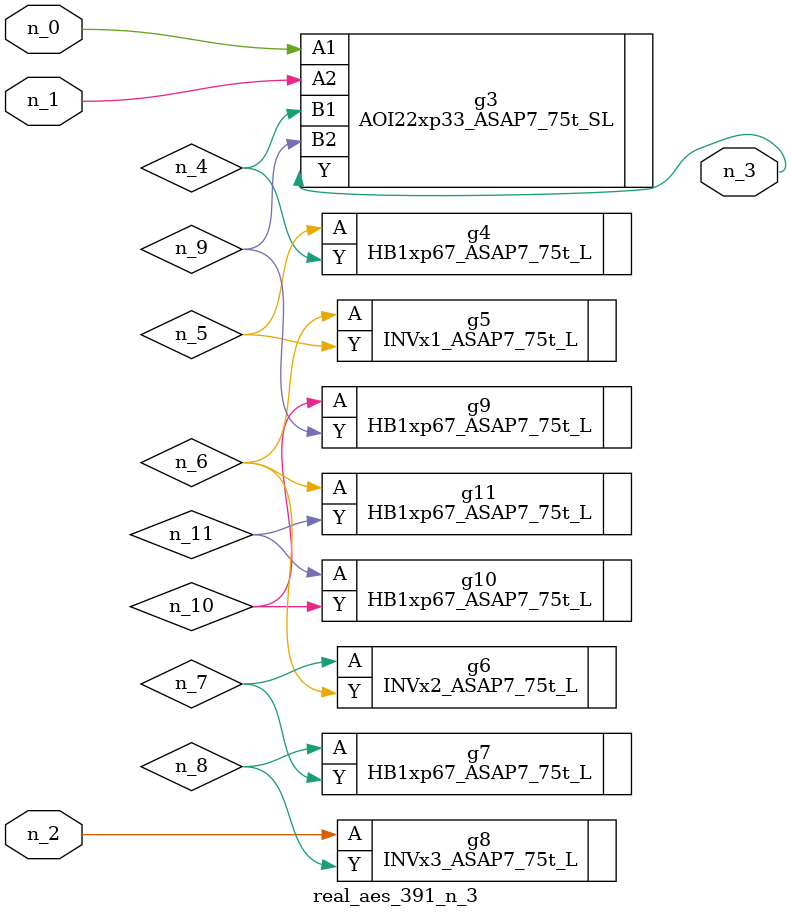
<source format=v>
module real_aes_391_n_3 (n_0, n_2, n_1, n_3);
input n_0;
input n_2;
input n_1;
output n_3;
wire n_4;
wire n_5;
wire n_7;
wire n_9;
wire n_6;
wire n_8;
wire n_10;
wire n_11;
AOI22xp33_ASAP7_75t_SL g3 ( .A1(n_0), .A2(n_1), .B1(n_4), .B2(n_9), .Y(n_3) );
INVx3_ASAP7_75t_L g8 ( .A(n_2), .Y(n_8) );
HB1xp67_ASAP7_75t_L g4 ( .A(n_5), .Y(n_4) );
INVx1_ASAP7_75t_L g5 ( .A(n_6), .Y(n_5) );
HB1xp67_ASAP7_75t_L g11 ( .A(n_6), .Y(n_11) );
INVx2_ASAP7_75t_L g6 ( .A(n_7), .Y(n_6) );
HB1xp67_ASAP7_75t_L g7 ( .A(n_8), .Y(n_7) );
HB1xp67_ASAP7_75t_L g9 ( .A(n_10), .Y(n_9) );
HB1xp67_ASAP7_75t_L g10 ( .A(n_11), .Y(n_10) );
endmodule
</source>
